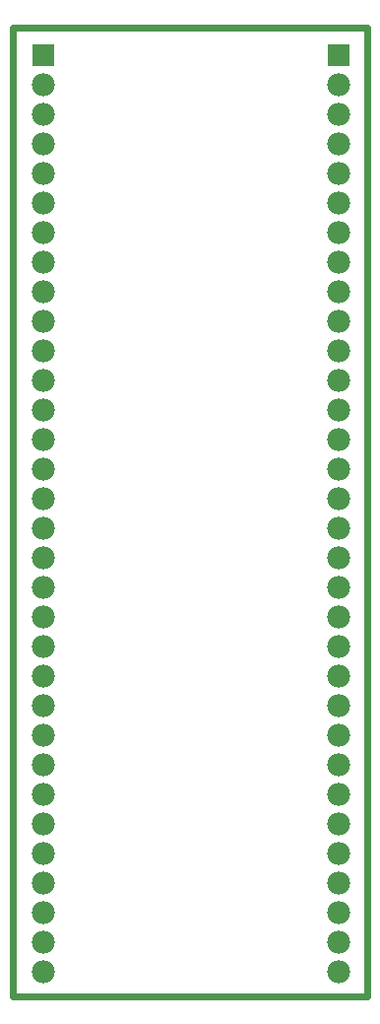
<source format=gbs>
G75*
G70*
%OFA0B0*%
%FSLAX24Y24*%
%IPPOS*%
%LPD*%
%AMOC8*
5,1,8,0,0,1.08239X$1,22.5*
%
%ADD10C,0.0240*%
%ADD11R,0.0780X0.0780*%
%ADD12C,0.0780*%
D10*
X000284Y000380D02*
X000284Y033135D01*
X012292Y033135D01*
X012292Y000380D01*
X000284Y000380D01*
D11*
X001316Y032202D03*
X011316Y032202D03*
D12*
X011316Y031202D03*
X011316Y030202D03*
X011316Y029202D03*
X011316Y028202D03*
X011316Y027202D03*
X011316Y026202D03*
X011316Y025202D03*
X011316Y024202D03*
X011316Y023202D03*
X011316Y022202D03*
X011316Y021202D03*
X011316Y020202D03*
X011316Y019202D03*
X011316Y018202D03*
X011316Y017202D03*
X011316Y016202D03*
X011316Y015202D03*
X011316Y014202D03*
X011316Y013202D03*
X011316Y012202D03*
X011316Y011202D03*
X011316Y010202D03*
X011316Y009202D03*
X011316Y008202D03*
X011316Y007202D03*
X011316Y006202D03*
X011316Y005202D03*
X011316Y004202D03*
X011316Y003202D03*
X011316Y002202D03*
X011316Y001202D03*
X001316Y001202D03*
X001316Y002202D03*
X001316Y003202D03*
X001316Y004202D03*
X001316Y005202D03*
X001316Y006202D03*
X001316Y007202D03*
X001316Y008202D03*
X001316Y009202D03*
X001316Y010202D03*
X001316Y011202D03*
X001316Y012202D03*
X001316Y013202D03*
X001316Y014202D03*
X001316Y015202D03*
X001316Y016202D03*
X001316Y017202D03*
X001316Y018202D03*
X001316Y019202D03*
X001316Y020202D03*
X001316Y021202D03*
X001316Y022202D03*
X001316Y023202D03*
X001316Y024202D03*
X001316Y025202D03*
X001316Y026202D03*
X001316Y027202D03*
X001316Y028202D03*
X001316Y029202D03*
X001316Y030202D03*
X001316Y031202D03*
M02*

</source>
